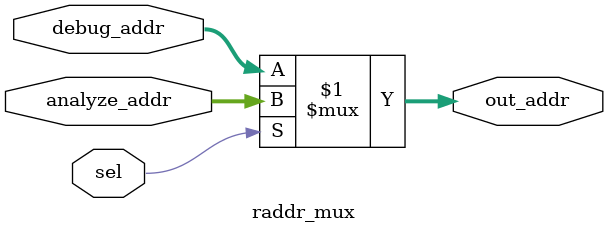
<source format=sv>
`timescale 1ns / 1ps


module raddr_mux (
    input  logic [$clog2(320*240) - 1:0] debug_addr,
    input  logic [$clog2(320*240) - 1:0] analyze_addr,
    input  logic                         sel,
    output logic [$clog2(320*240) - 1:0] out_addr
);

    assign out_addr = (sel) ? analyze_addr : debug_addr;

endmodule

</source>
